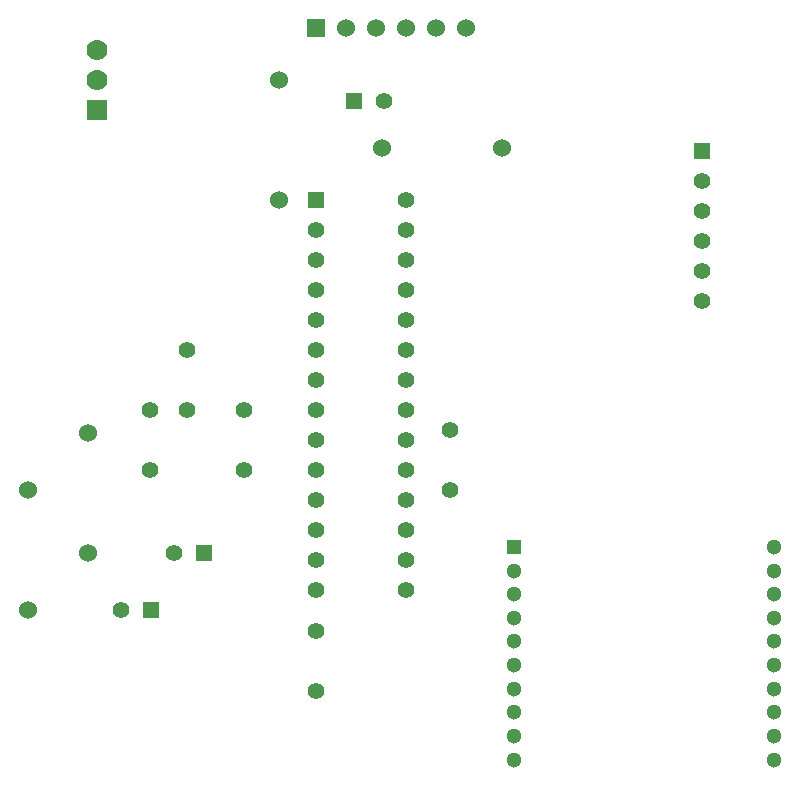
<source format=gbs>
G04 (created by PCBNEW (2013-07-07 BZR 4022)-stable) date 19/11/2014 11:58:33*
%MOIN*%
G04 Gerber Fmt 3.4, Leading zero omitted, Abs format*
%FSLAX34Y34*%
G01*
G70*
G90*
G04 APERTURE LIST*
%ADD10C,0.00590551*%
%ADD11R,0.055X0.055*%
%ADD12C,0.055*%
%ADD13R,0.0511811X0.0511811*%
%ADD14C,0.0511811*%
%ADD15C,0.06*%
%ADD16R,0.06X0.06*%
%ADD17C,0.056*%
%ADD18C,0.07*%
%ADD19R,0.07X0.07*%
G04 APERTURE END LIST*
G54D10*
G54D11*
X73350Y-31400D03*
G54D12*
X73350Y-32400D03*
X73350Y-33400D03*
X73350Y-34400D03*
X73350Y-35400D03*
X73350Y-36400D03*
G54D13*
X67088Y-44603D03*
G54D14*
X75750Y-44603D03*
X67088Y-45390D03*
X75750Y-45390D03*
X67088Y-46177D03*
X75750Y-46177D03*
X67088Y-46965D03*
X75750Y-46965D03*
X67088Y-47752D03*
X75750Y-47752D03*
X67088Y-48540D03*
X75750Y-48540D03*
X67088Y-49327D03*
X75750Y-49327D03*
X67088Y-50114D03*
X75750Y-50114D03*
X67088Y-50902D03*
X75750Y-50902D03*
X67088Y-51689D03*
X75750Y-51689D03*
G54D15*
X59250Y-29050D03*
X59250Y-33050D03*
X66700Y-31300D03*
X62700Y-31300D03*
X50900Y-46700D03*
X50900Y-42700D03*
X52900Y-44800D03*
X52900Y-40800D03*
G54D16*
X60500Y-27300D03*
G54D15*
X61500Y-27300D03*
X62500Y-27300D03*
X63500Y-27300D03*
X64500Y-27300D03*
X65500Y-27300D03*
G54D11*
X55000Y-46700D03*
G54D12*
X54000Y-46700D03*
G54D11*
X56750Y-44800D03*
G54D12*
X55750Y-44800D03*
G54D17*
X58100Y-40050D03*
X58100Y-42050D03*
G54D12*
X60500Y-34050D03*
X60500Y-35050D03*
X60500Y-36050D03*
X60500Y-37050D03*
X60500Y-38050D03*
X60500Y-39050D03*
X60500Y-40050D03*
X60500Y-41050D03*
X60500Y-42050D03*
X60500Y-43050D03*
X60500Y-44050D03*
X60500Y-45050D03*
X60500Y-46050D03*
G54D11*
X60500Y-33050D03*
G54D12*
X63500Y-46050D03*
X63500Y-45050D03*
X63500Y-44050D03*
X63500Y-43050D03*
X63500Y-42050D03*
X63500Y-41050D03*
X63500Y-40050D03*
X63500Y-39050D03*
X63500Y-38050D03*
X63500Y-37050D03*
X63500Y-36050D03*
X63500Y-35050D03*
X63500Y-34050D03*
X63500Y-33050D03*
X54950Y-42050D03*
X54950Y-40050D03*
X56200Y-40050D03*
X56200Y-38050D03*
X60500Y-49400D03*
X60500Y-47400D03*
X64950Y-40700D03*
X64950Y-42700D03*
G54D11*
X61750Y-29750D03*
G54D12*
X62750Y-29750D03*
G54D18*
X53200Y-28050D03*
X53200Y-29050D03*
G54D19*
X53200Y-30050D03*
M02*

</source>
